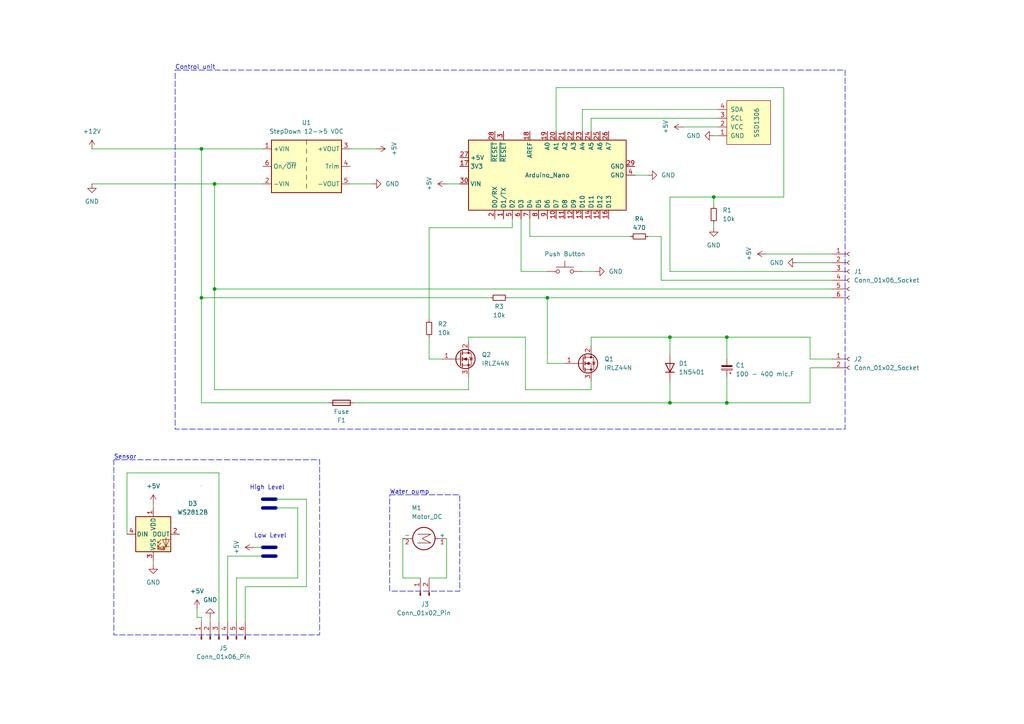
<source format=kicad_sch>
(kicad_sch (version 20230121) (generator eeschema)
  (paper "A4")
  (title_block (title "AquaBot_ATO - Automatic Top-Off System") (date "2024-09-29"))
  (lib_symbols
    (symbol "Connector:Conn_01x02_Pin" (pin_names (offset 1.016) hide)
      (property "Reference" "J" (at 0 2.54 0))
      (property "Value" "Conn_01x02_Pin" (at 0 -5.08 0))
      (symbol "Conn_01x02_Pin_1_1"
        (polyline (pts (xy 1.27 -2.54) (xy 0.8636 -2.54)) (stroke (width 0.1524)))
        (polyline (pts (xy 1.27 0) (xy 0.8636 0)) (stroke (width 0.1524)))
        (rectangle (start 0.8636 -2.413) (end 0 -2.667) (stroke (width 0.1524)) (fill (type outline)))
        (rectangle (start 0.8636 0.127) (end 0 -0.127) (stroke (width 0.1524)) (fill (type outline)))
        (pin passive line (at 5.08 0 180) (length 3.81) (name "Pin_1") (number "1"))
        (pin passive line (at 5.08 -2.54 180) (length 3.81) (name "Pin_2") (number "2"))
      )
    )
    (symbol "Connector:Conn_01x02_Socket" (pin_names (offset 1.016) hide)
      (property "Reference" "J" (at 0 2.54 0))
      (property "Value" "Conn_01x02_Socket" (at 0 -5.08 0))
      (symbol "Conn_01x02_Socket_1_1"
        (arc (start 0 -2.032) (mid -0.5058 -2.54) (end 0 -3.048) (stroke (width 0.1524)))
        (polyline (pts (xy -1.27 -2.54) (xy -0.508 -2.54)) (stroke (width 0.1524)))
        (polyline (pts (xy -1.27 0) (xy -0.508 0)) (stroke (width 0.1524)))
        (arc (start 0 0.508) (mid -0.5058 0) (end 0 -0.508) (stroke (width 0.1524)))
        (pin passive line (at -5.08 0 0) (length 3.81) (name "Pin_1") (number "1"))
        (pin passive line (at -5.08 -2.54 0) (length 3.81) (name "Pin_2") (number "2"))
      )
    )
    (symbol "Connector:Conn_01x06_Pin" (pin_names (offset 1.016) hide)
      (property "Reference" "J" (at 0 7.62 0))
      (property "Value" "Conn_01x06_Pin" (at 0 -10.16 0))
      (symbol "Conn_01x06_Pin_1_1"
        (polyline (pts (xy 1.27 -7.62) (xy 0.8636 -7.62)) (stroke (width 0.1524)))
        (polyline (pts (xy 1.27 -5.08) (xy 0.8636 -5.08)) (stroke (width 0.1524)))
        (polyline (pts (xy 1.27 -2.54) (xy 0.8636 -2.54)) (stroke (width 0.1524)))
        (polyline (pts (xy 1.27 0) (xy 0.8636 0)) (stroke (width 0.1524)))
        (polyline (pts (xy 1.27 2.54) (xy 0.8636 2.54)) (stroke (width 0.1524)))
        (polyline (pts (xy 1.27 5.08) (xy 0.8636 5.08)) (stroke (width 0.1524)))
        (rectangle (start 0.8636 -7.493) (end 0 -7.747) (stroke (width 0.1524)) (fill (type outline)))
        (rectangle (start 0.8636 -4.953) (end 0 -5.207) (stroke (width 0.1524)) (fill (type outline)))
        (rectangle (start 0.8636 -2.413) (end 0 -2.667) (stroke (width 0.1524)) (fill (type outline)))
        (rectangle (start 0.8636 0.127) (end 0 -0.127) (stroke (width 0.1524)) (fill (type outline)))
        (rectangle (start 0.8636 2.667) (end 0 2.413) (stroke (width 0.1524)) (fill (type outline)))
        (rectangle (start 0.8636 5.207) (end 0 4.953) (stroke (width 0.1524)) (fill (type outline)))
        (pin passive line (at 5.08 5.08 180) (length 3.81) (name "Pin_1") (number "1"))
        (pin passive line (at 5.08 2.54 180) (length 3.81) (name "Pin_2") (number "2"))
        (pin passive line (at 5.08 0 180) (length 3.81) (name "Pin_3") (number "3"))
        (pin passive line (at 5.08 -2.54 180) (length 3.81) (name "Pin_4") (number "4"))
        (pin passive line (at 5.08 -5.08 180) (length 3.81) (name "Pin_5") (number "5"))
        (pin passive line (at 5.08 -7.62 180) (length 3.81) (name "Pin_6") (number "6"))
      )
    )
    (symbol "Connector:Conn_01x06_Socket" (pin_names (offset 1.016) hide)
      (property "Reference" "J" (at 0 7.62 0))
      (property "Value" "Conn_01x06_Socket" (at 0 -10.16 0))
      (symbol "Conn_01x06_Socket_1_1"
        (arc (start 0 -7.112) (mid -0.5058 -7.62) (end 0 -8.128) (stroke (width 0.1524)))
        (arc (start 0 -4.572) (mid -0.5058 -5.08) (end 0 -5.588) (stroke (width 0.1524)))
        (arc (start 0 -2.032) (mid -0.5058 -2.54) (end 0 -3.048) (stroke (width 0.1524)))
        (polyline (pts (xy -1.27 -7.62) (xy -0.508 -7.62)) (stroke (width 0.1524)))
        (polyline (pts (xy -1.27 -5.08) (xy -0.508 -5.08)) (stroke (width 0.1524)))
        (polyline (pts (xy -1.27 -2.54) (xy -0.508 -2.54)) (stroke (width 0.1524)))
        (polyline (pts (xy -1.27 0) (xy -0.508 0)) (stroke (width 0.1524)))
        (polyline (pts (xy -1.27 2.54) (xy -0.508 2.54)) (stroke (width 0.1524)))
        (polyline (pts (xy -1.27 5.08) (xy -0.508 5.08)) (stroke (width 0.1524)))
        (arc (start 0 0.508) (mid -0.5058 0) (end 0 -0.508) (stroke (width 0.1524)))
        (arc (start 0 3.048) (mid -0.5058 2.54) (end 0 2.032) (stroke (width 0.1524)))
        (arc (start 0 5.588) (mid -0.5058 5.08) (end 0 4.572) (stroke (width 0.1524)))
        (pin passive line (at -5.08 5.08 0) (length 3.81) (name "Pin_1") (number "1"))
        (pin passive line (at -5.08 2.54 0) (length 3.81) (name "Pin_2") (number "2"))
        (pin passive line (at -5.08 0 0) (length 3.81) (name "Pin_3") (number "3"))
        (pin passive line (at -5.08 -2.54 0) (length 3.81) (name "Pin_4") (number "4"))
        (pin passive line (at -5.08 -5.08 0) (length 3.81) (name "Pin_5") (number "5"))
        (pin passive line (at -5.08 -7.62 0) (length 3.81) (name "Pin_6") (number "6"))
      )
    )
    (symbol "Converter_DCDC:JTD2024S05"
      (property "Reference" "U" (at -8.89 8.89 0))
      (property "Value" "JTD2024S05" (at 8.89 8.89 0))
      (symbol "JTD2024S05_0_1"
        (rectangle (start -10.16 7.62) (end 10.16 -7.62) (stroke (width 0.254)) (fill (type background)))
        (polyline (pts (xy 0 -5.08) (xy 0 -6.35)))
        (polyline (pts (xy 0 -2.54) (xy 0 -3.81)))
        (polyline (pts (xy 0 0) (xy 0 -1.27)))
        (polyline (pts (xy 0 2.54) (xy 0 1.27)))
        (polyline (pts (xy 0 5.08) (xy 0 3.81)))
        (polyline (pts (xy 0 7.62) (xy 0 6.35)))
      )
      (symbol "JTD2024S05_1_1"
        (pin power_in line (at -12.7 5.08 0) (length 2.54) (name "+VIN") (number "1"))
        (pin power_in line (at -12.7 -5.08 0) (length 2.54) (name "-VIN") (number "2"))
        (pin power_out line (at 12.7 5.08 180) (length 2.54) (name "+VOUT") (number "3"))
        (pin input line (at 12.7 0 180) (length 2.54) (name "Trim") (number "4"))
        (pin power_out line (at 12.7 -5.08 180) (length 2.54) (name "-VOUT") (number "5"))
        (pin input line (at -12.7 0 0) (length 2.54) (name "On/~{Off}") (number "6"))
      )
    )
    (symbol "Device:C_Polarized_Small" (pin_numbers hide) (pin_names (offset 0.254) hide)
      (property "Reference" "C" (at 0.254 1.778 0))
      (property "Value" "C_Polarized_Small" (at 0.254 -2.032 0))
      (symbol "C_Polarized_Small_0_1"
        (rectangle (start -1.524 -0.3048) (end 1.524 -0.6858) (fill (type outline)))
        (rectangle (start -1.524 0.6858) (end 1.524 0.3048))
        (polyline (pts (xy -1.27 1.524) (xy -0.762 1.524)))
        (polyline (pts (xy -1.016 1.27) (xy -1.016 1.778)))
      )
      (symbol "C_Polarized_Small_1_1"
        (pin passive line (at 0 2.54 270) (length 1.8542) (name "~") (number "1"))
        (pin passive line (at 0 -2.54 90) (length 1.8542) (name "~") (number "2"))
      )
    )
    (symbol "Device:Fuse" (pin_numbers hide) (pin_names (offset 0))
      (property "Reference" "F" (at 2.032 0 90))
      (property "Value" "Fuse" (at -1.905 0 90))
      (symbol "Fuse_0_1"
        (rectangle (start -0.762 -2.54) (end 0.762 2.54) (stroke (width 0.254)))
        (polyline (pts (xy 0 2.54) (xy 0 -2.54)))
      )
      (symbol "Fuse_1_1"
        (pin passive line (at 0 3.81 270) (length 1.27) (name "~") (number "1"))
        (pin passive line (at 0 -3.81 90) (length 1.27) (name "~") (number "2"))
      )
    )
    (symbol "Device:R_Small" (pin_numbers hide) (pin_names (offset 0.254) hide)
      (property "Reference" "R" (at 0.762 0.508 0))
      (property "Value" "R_Small" (at 0.762 -1.016 0))
      (symbol "R_Small_0_1"
        (rectangle (start -0.762 1.778) (end 0.762 -1.778) (stroke (width 0.2032)))
      )
      (symbol "R_Small_1_1"
        (pin passive line (at 0 2.54 270) (length 0.762) (name "~") (number "1"))
        (pin passive line (at 0 -2.54 90) (length 0.762) (name "~") (number "2"))
      )
    )
    (symbol "Diode:1N5401" (pin_numbers hide) (pin_names hide)
      (property "Reference" "D" (at 0 2.54 0))
      (property "Value" "1N5401" (at 0 -2.54 0))
      (symbol "1N5401_0_1"
        (polyline (pts (xy -1.27 1.27) (xy -1.27 -1.27)) (stroke (width 0.254)))
        (polyline (pts (xy 1.27 0) (xy -1.27 0)))
        (polyline (pts (xy 1.27 1.27) (xy 1.27 -1.27) (xy -1.27 0) (xy 1.27 1.27)) (stroke (width 0.254)))
      )
      (symbol "1N5401_1_1"
        (pin passive line (at -3.81 0 0) (length 2.54) (name "K") (number "1"))
        (pin passive line (at 3.81 0 180) (length 2.54) (name "A") (number "2"))
      )
    )
    (symbol "LED:WS2812B" (pin_names (offset 0.254))
      (property "Reference" "D" (at 5.08 5.715 0))
      (property "Value" "WS2812B" (at 1.27 -5.715 0))
      (symbol "WS2812B_0_0"
        (text "RGB" (at 2.286 -4.191 0) (effects (font (size 0.762 0.762))))
      )
      (symbol "WS2812B_0_1"
        (polyline (pts (xy 1.27 -3.556) (xy 1.778 -3.556)))
        (polyline (pts (xy 1.27 -2.54) (xy 1.778 -2.54)))
        (polyline (pts (xy 4.699 -3.556) (xy 2.667 -3.556)))
        (polyline (pts (xy 2.286 -2.54) (xy 1.27 -3.556) (xy 1.27 -3.048)))
        (polyline (pts (xy 2.286 -1.524) (xy 1.27 -2.54) (xy 1.27 -2.032)))
        (polyline (pts (xy 3.683 -1.016) (xy 3.683 -3.556) (xy 3.683 -4.064)))
        (polyline (pts (xy 4.699 -1.524) (xy 2.667 -1.524) (xy 3.683 -3.556) (xy 4.699 -1.524)))
        (rectangle (start 5.08 5.08) (end -5.08 -5.08) (stroke (width 0.254)) (fill (type background)))
      )
      (symbol "WS2812B_1_1"
        (pin power_in line (at 0 7.62 270) (length 2.54) (name "VDD") (number "1"))
        (pin output line (at 7.62 0 180) (length 2.54) (name "DOUT") (number "2"))
        (pin power_in line (at 0 -7.62 90) (length 2.54) (name "VSS") (number "3"))
        (pin input line (at -7.62 0 0) (length 2.54) (name "DIN") (number "4"))
      )
    )
    (symbol "MCU_Module:Arduino_Nano_v3.x"
      (property "Reference" "A" (at -10.16 23.495 0))
      (property "Value" "Arduino_Nano_v3.x" (at 5.08 -24.13 0))
      (symbol "Arduino_Nano_v3.x_0_1"
        (rectangle (start -10.16 22.86) (end 10.16 -22.86) (stroke (width 0.254)) (fill (type background)))
      )
      (symbol "Arduino_Nano_v3.x_1_1"
        (pin bidirectional line (at -12.7 12.7 0) (length 2.54) (name "D1/TX") (number "1"))
        (pin bidirectional line (at -12.7 -2.54 0) (length 2.54) (name "D7") (number "10"))
        (pin bidirectional line (at -12.7 -5.08 0) (length 2.54) (name "D8") (number "11"))
        (pin bidirectional line (at -12.7 -7.62 0) (length 2.54) (name "D9") (number "12"))
        (pin bidirectional line (at -12.7 -10.16 0) (length 2.54) (name "D10") (number "13"))
        (pin bidirectional line (at -12.7 -12.7 0) (length 2.54) (name "D11") (number "14"))
        (pin bidirectional line (at -12.7 -15.24 0) (length 2.54) (name "D12") (number "15"))
        (pin bidirectional line (at -12.7 -17.78 0) (length 2.54) (name "D13") (number "16"))
        (pin power_out line (at 2.54 25.4 270) (length 2.54) (name "3V3") (number "17"))
        (pin input line (at 12.7 5.08 180) (length 2.54) (name "AREF") (number "18"))
        (pin bidirectional line (at 12.7 0 180) (length 2.54) (name "A0") (number "19"))
        (pin bidirectional line (at -12.7 15.24 0) (length 2.54) (name "D0/RX") (number "2"))
        (pin bidirectional line (at 12.7 -2.54 180) (length 2.54) (name "A1") (number "20"))
        (pin bidirectional line (at 12.7 -5.08 180) (length 2.54) (name "A2") (number "21"))
        (pin bidirectional line (at 12.7 -7.62 180) (length 2.54) (name "A3") (number "22"))
        (pin bidirectional line (at 12.7 -10.16 180) (length 2.54) (name "A4") (number "23"))
        (pin bidirectional line (at 12.7 -12.7 180) (length 2.54) (name "A5") (number "24"))
        (pin bidirectional line (at 12.7 -15.24 180) (length 2.54) (name "A6") (number "25"))
        (pin bidirectional line (at 12.7 -17.78 180) (length 2.54) (name "A7") (number "26"))
        (pin power_out line (at 5.08 25.4 270) (length 2.54) (name "+5V") (number "27"))
        (pin input line (at 12.7 15.24 180) (length 2.54) (name "~{RESET}") (number "28"))
        (pin power_in line (at 2.54 -25.4 90) (length 2.54) (name "GND") (number "29"))
        (pin input line (at 12.7 12.7 180) (length 2.54) (name "~{RESET}") (number "3"))
        (pin power_in line (at -2.54 25.4 270) (length 2.54) (name "VIN") (number "30"))
        (pin power_in line (at 0 -25.4 90) (length 2.54) (name "GND") (number "4"))
        (pin bidirectional line (at -12.7 10.16 0) (length 2.54) (name "D2") (number "5"))
        (pin bidirectional line (at -12.7 7.62 0) (length 2.54) (name "D3") (number "6"))
        (pin bidirectional line (at -12.7 5.08 0) (length 2.54) (name "D4") (number "7"))
        (pin bidirectional line (at -12.7 2.54 0) (length 2.54) (name "D5") (number "8"))
        (pin bidirectional line (at -12.7 0 0) (length 2.54) (name "D6") (number "9"))
      )
    )
    (symbol "Motor:Motor_DC" (pin_names (offset 0))
      (property "Reference" "M" (at 2.54 2.54 0))
      (property "Value" "Motor_DC" (at 2.54 -5.08 0))
      (symbol "Motor_DC_0_0"
        (polyline (pts (xy -1.27 -3.302) (xy -1.27 0.508) (xy 0 -2.032) (xy 1.27 0.508) (xy 1.27 -3.302)))
      )
      (symbol "Motor_DC_0_1"
        (circle (center 0 -1.524) (radius 3.2512) (stroke (width 0.254)))
        (polyline (pts (xy 0 -7.62) (xy 0 -7.112)))
        (polyline (pts (xy 0 -4.7752) (xy 0 -5.1816)))
        (polyline (pts (xy 0 1.7272) (xy 0 2.0828)))
        (polyline (pts (xy 0 2.032) (xy 0 2.54)))
      )
      (symbol "Motor_DC_1_1"
        (pin passive line (at 0 5.08 270) (length 2.54) (name "+") (number "1"))
        (pin passive line (at 0 -7.62 90) (length 2.54) (name "-") (number "2"))
      )
    )
    (symbol "SSD1306-128x64_OLED:SSD1306" (pin_names (offset 1.016))
      (property "Reference" "Brd" (at 0 -3.81 0))
      (property "Value" "SSD1306" (at 0 -1.27 0))
      (symbol "SSD1306_0_1"
        (rectangle (start -6.35 6.35) (end 6.35 -6.35) (fill (type background)))
      )
      (symbol "SSD1306_1_1"
        (pin input line (at -3.81 8.89 270) (length 2.54) (name "GND") (number "1"))
        (pin input line (at -1.27 8.89 270) (length 2.54) (name "VCC") (number "2"))
        (pin input line (at 1.27 8.89 270) (length 2.54) (name "SCL") (number "3"))
        (pin input line (at 3.81 8.89 270) (length 2.54) (name "SDA") (number "4"))
      )
    )
    (symbol "Switch:SW_Push" (pin_numbers hide) (pin_names (offset 1.016) hide)
      (property "Reference" "SW" (at 1.27 2.54 0))
      (property "Value" "SW_Push" (at 0 -1.524 0))
      (symbol "SW_Push_0_1"
        (circle (center -2.032 0) (radius 0.508))
        (polyline (pts (xy 0 1.27) (xy 0 3.048)))
        (polyline (pts (xy 2.54 1.27) (xy -2.54 1.27)))
        (circle (center 2.032 0) (radius 0.508))
        (pin passive line (at -5.08 0 0) (length 2.54) (name "1") (number "1"))
        (pin passive line (at 5.08 0 180) (length 2.54) (name "2") (number "2"))
      )
    )
    (symbol "Transistor_FET:IRLZ44N" (pin_names hide)
      (property "Reference" "Q" (at 6.35 1.905 0))
      (property "Value" "IRLZ44N" (at 6.35 0 0))
      (symbol "IRLZ44N_0_1"
        (polyline (pts (xy 0.254 0) (xy -2.54 0)))
        (polyline (pts (xy 0.254 1.905) (xy 0.254 -1.905)) (stroke (width 0.254)))
        (polyline (pts (xy 0.762 -1.27) (xy 0.762 -2.286)) (stroke (width 0.254)))
        (polyline (pts (xy 0.762 0.508) (xy 0.762 -0.508)) (stroke (width 0.254)))
        (polyline (pts (xy 0.762 2.286) (xy 0.762 1.27)) (stroke (width 0.254)))
        (polyline (pts (xy 2.54 2.54) (xy 2.54 1.778)))
        (polyline (pts (xy 2.54 -2.54) (xy 2.54 0) (xy 0.762 0)))
        (polyline (pts (xy 0.762 -1.778) (xy 3.302 -1.778) (xy 3.302 1.778) (xy 0.762 1.778)))
        (polyline (pts (xy 1.016 0) (xy 2.032 0.381) (xy 2.032 -0.381) (xy 1.016 0)) (fill (type outline)))
        (polyline (pts (xy 2.794 0.508) (xy 2.921 0.381) (xy 3.683 0.381) (xy 3.81 0.254)))
        (polyline (pts (xy 3.302 0.381) (xy 2.921 -0.254) (xy 3.683 -0.254) (xy 3.302 0.381)))
        (circle (center 1.651 0) (radius 2.794) (stroke (width 0.254)))
        (circle (center 2.54 -1.778) (radius 0.254) (fill (type outline)))
        (circle (center 2.54 1.778) (radius 0.254) (fill (type outline)))
      )
      (symbol "IRLZ44N_1_1"
        (pin input line (at -5.08 0 0) (length 2.54) (name "G") (number "1"))
        (pin passive line (at 2.54 5.08 270) (length 2.54) (name "D") (number "2"))
        (pin passive line (at 2.54 -5.08 90) (length 2.54) (name "S") (number "3"))
      )
    )
    (symbol "power:+12V" (power) (pin_names (offset 0))
      (property "Value" "+12V" (at 0 3.556 0))
      (symbol "+12V_0_1"
        (polyline (pts (xy -0.762 1.27) (xy 0 2.54)))
        (polyline (pts (xy 0 0) (xy 0 2.54)))
        (polyline (pts (xy 0 2.54) (xy 0.762 1.27)))
      )
      (symbol "+12V_1_1"
        (pin power_in line (at 0 0 90) (length 0) hide (name "+12V") (number "1"))
      )
    )
    (symbol "power:+5V" (power) (pin_names (offset 0))
      (property "Value" "+5V" (at 0 3.556 0))
      (symbol "+5V_0_1"
        (polyline (pts (xy -0.762 1.27) (xy 0 2.54)))
        (polyline (pts (xy 0 0) (xy 0 2.54)))
        (polyline (pts (xy 0 2.54) (xy 0.762 1.27)))
      )
      (symbol "+5V_1_1"
        (pin power_in line (at 0 0 90) (length 0) hide (name "+5V") (number "1"))
      )
    )
    (symbol "power:GND" (power) (pin_names (offset 0))
      (property "Value" "GND" (at 0 -3.81 0))
      (symbol "GND_0_1"
        (polyline (pts (xy 0 0) (xy 0 -1.27) (xy 1.27 -1.27) (xy 0 -2.54) (xy -1.27 -1.27) (xy 0 -1.27)))
      )
      (symbol "GND_1_1"
        (pin power_in line (at 0 0 270) (length 0) hide (name "GND") (number "1"))
      )
    )
  )
  (junction (at 62.23 53.34))
  (junction (at 62.23 83.82))
  (junction (at 194.31 97.79))
  (junction (at 210.82 97.79))
  (junction (at 194.31 116.84))
  (junction (at 58.42 86.36))
  (junction (at 58.42 43.18))
  (junction (at 158.75 86.36))
  (junction (at 207.01 57.15))
  (junction (at 210.82 116.84))
  (wire (pts (xy 194.31 78.74) (xy 241.3 78.74)))
  (wire (pts (xy 153.67 63.5) (xy 153.67 68.58)))
  (wire (pts (xy 101.6 53.34) (xy 107.95 53.34)))
  (wire (pts (xy 152.4 113.03) (xy 171.45 113.03)))
  (wire (pts (xy 161.29 25.4) (xy 227.33 25.4)))
  (wire (pts (xy 152.4 97.79) (xy 152.4 113.03)))
  (wire (pts (xy 86.36 147.32) (xy 86.36 167.64)))
  (wire (pts (xy 129.54 156.21) (xy 129.54 167.64)))
  (wire (pts (xy 194.31 97.79) (xy 194.31 102.87)))
  (wire (pts (xy 234.95 104.14) (xy 241.3 104.14)))
  (wire (pts (xy 234.95 106.68) (xy 234.95 116.84)))
  (wire (pts (xy 36.83 137.16) (xy 63.5 137.16)))
  (wire (pts (xy 148.59 66.04) (xy 124.46 66.04)))
  (wire (pts (xy 26.67 43.18) (xy 58.42 43.18)))
  (wire (pts (xy 135.89 97.79) (xy 135.89 99.06)))
  (wire (pts (xy 194.31 110.49) (xy 194.31 116.84)))
  (wire (pts (xy 116.84 156.21) (xy 116.84 167.64)))
  (wire (pts (xy 151.13 63.5) (xy 151.13 78.74)))
  (wire (pts (xy 194.31 116.84) (xy 210.82 116.84)))
  (bus (pts (xy 76.2 144.78) (xy 80.01 144.78)) (stroke (width 1)))
  (wire (pts (xy 161.29 25.4) (xy 161.29 38.1)))
  (wire (pts (xy 135.89 113.03) (xy 135.89 109.22)))
  (wire (pts (xy 135.89 97.79) (xy 152.4 97.79)))
  (wire (pts (xy 158.75 86.36) (xy 158.75 105.41)))
  (wire (pts (xy 151.13 78.74) (xy 158.75 78.74)))
  (wire (pts (xy 128.27 104.14) (xy 124.46 104.14)))
  (wire (pts (xy 62.23 53.34) (xy 62.23 83.82)))
  (wire (pts (xy 88.9 144.78) (xy 88.9 170.18)))
  (wire (pts (xy 58.42 116.84) (xy 95.25 116.84)))
  (wire (pts (xy 187.96 68.58) (xy 191.77 68.58)))
  (wire (pts (xy 147.32 86.36) (xy 158.75 86.36)))
  (wire (pts (xy 210.82 116.84) (xy 234.95 116.84)))
  (wire (pts (xy 171.45 97.79) (xy 194.31 97.79)))
  (wire (pts (xy 80.01 147.32) (xy 86.36 147.32)))
  (wire (pts (xy 210.82 97.79) (xy 234.95 97.79)))
  (wire (pts (xy 241.3 86.36) (xy 158.75 86.36)))
  (wire (pts (xy 171.45 34.29) (xy 171.45 38.1)))
  (wire (pts (xy 124.46 66.04) (xy 124.46 92.71)))
  (wire (pts (xy 171.45 100.33) (xy 171.45 97.79)))
  (wire (pts (xy 73.66 158.75) (xy 76.2 158.75)))
  (wire (pts (xy 191.77 68.58) (xy 191.77 81.28)))
  (wire (pts (xy 58.42 86.36) (xy 142.24 86.36)))
  (wire (pts (xy 148.59 63.5) (xy 148.59 66.04)))
  (wire (pts (xy 129.54 53.34) (xy 133.35 53.34)))
  (wire (pts (xy 222.25 73.66) (xy 241.3 73.66)))
  (wire (pts (xy 76.2 161.29) (xy 66.04 161.29)))
  (bus (pts (xy 76.2 158.75) (xy 80.01 158.75)) (stroke (width 1)))
  (wire (pts (xy 234.95 106.68) (xy 241.3 106.68)))
  (wire (pts (xy 191.77 81.28) (xy 241.3 81.28)))
  (wire (pts (xy 129.54 167.64) (xy 124.46 167.64)))
  (wire (pts (xy 36.83 154.94) (xy 36.83 137.16)))
  (wire (pts (xy 44.45 162.56) (xy 44.45 163.83)))
  (wire (pts (xy 207.01 57.15) (xy 207.01 59.69)))
  (wire (pts (xy 210.82 97.79) (xy 210.82 104.14)))
  (wire (pts (xy 26.67 53.34) (xy 62.23 53.34)))
  (wire (pts (xy 171.45 113.03) (xy 171.45 110.49)))
  (wire (pts (xy 44.45 146.05) (xy 44.45 147.32)))
  (wire (pts (xy 57.15 176.53) (xy 57.15 179.07)))
  (wire (pts (xy 207.01 64.77) (xy 207.01 66.04)))
  (wire (pts (xy 207.01 39.37) (xy 208.28 39.37)))
  (wire (pts (xy 116.84 167.64) (xy 121.92 167.64)))
  (wire (pts (xy 62.23 83.82) (xy 62.23 113.03)))
  (wire (pts (xy 231.14 76.2) (xy 241.3 76.2)))
  (wire (pts (xy 194.31 57.15) (xy 194.31 78.74)))
  (wire (pts (xy 184.15 50.8) (xy 187.96 50.8)))
  (wire (pts (xy 153.67 68.58) (xy 182.88 68.58)))
  (wire (pts (xy 80.01 144.78) (xy 88.9 144.78)))
  (wire (pts (xy 62.23 83.82) (xy 241.3 83.82)))
  (wire (pts (xy 57.15 179.07) (xy 58.42 179.07)))
  (wire (pts (xy 102.87 116.84) (xy 194.31 116.84)))
  (wire (pts (xy 124.46 104.14) (xy 124.46 97.79)))
  (wire (pts (xy 58.42 43.18) (xy 58.42 86.36)))
  (wire (pts (xy 86.36 167.64) (xy 68.58 167.64)))
  (wire (pts (xy 101.6 43.18) (xy 109.22 43.18)))
  (wire (pts (xy 68.58 167.64) (xy 68.58 180.34)))
  (wire (pts (xy 210.82 109.22) (xy 210.82 116.84)))
  (wire (pts (xy 227.33 25.4) (xy 227.33 57.15)))
  (wire (pts (xy 88.9 170.18) (xy 71.12 170.18)))
  (wire (pts (xy 71.12 170.18) (xy 71.12 180.34)))
  (wire (pts (xy 60.96 179.07) (xy 60.96 180.34)))
  (wire (pts (xy 198.12 36.83) (xy 208.28 36.83)))
  (wire (pts (xy 194.31 97.79) (xy 210.82 97.79)))
  (wire (pts (xy 66.04 161.29) (xy 66.04 180.34)))
  (wire (pts (xy 207.01 57.15) (xy 194.31 57.15)))
  (wire (pts (xy 168.91 31.75) (xy 168.91 38.1)))
  (wire (pts (xy 58.42 179.07) (xy 58.42 180.34)))
  (wire (pts (xy 58.42 43.18) (xy 76.2 43.18)))
  (bus (pts (xy 76.2 147.32) (xy 80.01 147.32)) (stroke (width 1)))
  (wire (pts (xy 63.5 137.16) (xy 63.5 180.34)))
  (wire (pts (xy 168.91 31.75) (xy 208.28 31.75)))
  (wire (pts (xy 234.95 97.79) (xy 234.95 104.14)))
  (bus (pts (xy 76.2 161.29) (xy 80.01 161.29)) (stroke (width 1)))
  (wire (pts (xy 62.23 53.34) (xy 76.2 53.34)))
  (wire (pts (xy 168.91 78.74) (xy 172.72 78.74)))
  (wire (pts (xy 227.33 57.15) (xy 207.01 57.15)))
  (wire (pts (xy 58.42 86.36) (xy 58.42 116.84)))
  (wire (pts (xy 158.75 105.41) (xy 163.83 105.41)))
  (wire (pts (xy 62.23 113.03) (xy 135.89 113.03)))
  (wire (pts (xy 171.45 34.29) (xy 208.28 34.29)))
  (rectangle (start 50.8 20.32) (end 245.11 124.46) (stroke (width 0) (type dash)))
  (rectangle (start 58.42 140.97) (end 58.42 140.97))
  (rectangle (start 33.02 133.35) (end 92.71 184.15) (stroke (width 0) (type dash)))
  (rectangle (start 113.03 143.51) (end 133.35 171.45) (stroke (width 0) (type dash)))
  (text "Water pump" (at 113.03 143.51 0) (effects (font (size 1.27 1.27)) (justify left bottom)))
  (text "Low Level" (at 73.66 156.21 0) (effects (font (size 1.27 1.27)) (justify left bottom)))
  (text "High Level" (at 72.39 142.24 0) (effects (font (size 1.27 1.27)) (justify left bottom)))
  (text "Sensor" (at 33.02 133.35 0) (effects (font (size 1.27 1.27)) (justify left bottom)))
  (text "Control unit" (at 50.8 20.32 0) (effects (font (size 1.27 1.27)) (justify left bottom)))
  (symbol (lib_id "power:+5V") (at 198.12 36.83 90) (mirror x) (unit 1)
    (property "Reference" "#PWR03" (effects hide))
    (property "Value" "+5V" (at 193.04 36.83 0))
  )
  (symbol (lib_id "LED:WS2812B") (at 44.45 154.94 0) (unit 1)
    (property "Reference" "D3" (at 55.88 146.05 0))
    (property "Value" "WS2812B" (at 55.88 148.59 0))
    (property "Footprint" "LED_SMD:LED_WS2812B_PLCC4_5.0x5.0mm_P3.2mm" (effects hide))
    (property "Datasheet" "https://cdn-shop.adafruit.com/datasheets/WS2812B.pdf" (effects hide))
  )
  (symbol (lib_id "power:+12V") (at 26.67 43.18 0) (unit 1)
    (property "Reference" "#PWR01" (effects hide))
    (property "Value" "+12V" (at 26.67 38.1 0))
  )
  (symbol (lib_id "Transistor_FET:IRLZ44N") (at 133.35 104.14 0) (unit 1)
    (property "Reference" "Q2" (at 139.7 102.87 0) (effects (justify left)))
    (property "Value" "IRLZ44N" (at 139.7 105.41 0) (effects (justify left)))
    (property "Footprint" "Package_TO_SOT_THT:TO-220-3_Vertical" (effects hide))
    (property "Datasheet" "http://www.irf.com/product-info/datasheets/data/irlz44n.pdf" (effects hide))
  )
  (symbol (lib_id "power:GND") (at 187.96 50.8 90) (unit 1)
    (property "Reference" "#PWR016" (effects hide))
    (property "Value" "GND" (at 191.77 50.8 90) (effects (justify right)))
  )
  (symbol (lib_id "Motor:Motor_DC") (at 124.46 156.21 270) (unit 1)
    (property "Reference" "M1" (at 119.38 147.32 90) (effects (justify left)))
    (property "Value" "Motor_DC" (at 119.38 149.86 90) (effects (justify left)))
  )
  (symbol (lib_id "power:GND") (at 44.45 163.83 0) (unit 1)
    (property "Reference" "#PWR010" (effects hide))
    (property "Value" "GND" (at 44.45 168.91 0))
  )
  (symbol (lib_id "Connector:Conn_01x02_Pin") (at 121.92 172.72 90) (unit 1)
    (property "Reference" "J3" (at 124.46 175.26 90) (effects (justify left)))
    (property "Value" "Conn_01x02_Pin" (at 130.81 177.8 90) (effects (justify left)))
  )
  (symbol (lib_id "Device:C_Polarized_Small") (at 210.82 106.68 180) (unit 1)
    (property "Reference" "C1" (at 213.36 105.9561 0) (effects (justify right)))
    (property "Value" "100 - 400 mic.F" (at 213.36 108.4961 0) (effects (justify right)))
  )
  (symbol (lib_id "power:+5V") (at 129.54 53.34 90) (mirror x) (unit 1)
    (property "Reference" "#PWR015" (effects hide))
    (property "Value" "+5V" (at 124.46 53.34 0))
  )
  (symbol (lib_id "Diode:1N5401") (at 194.31 106.68 90) (unit 1)
    (property "Reference" "D1" (at 196.85 105.41 90) (effects (justify right)))
    (property "Value" "1N5401" (at 196.85 107.95 90) (effects (justify right)))
    (property "Footprint" "Diode_THT:D_DO-201AD_P15.24mm_Horizontal" (effects hide))
    (property "Datasheet" "http://www.vishay.com/docs/88516/1n5400.pdf" (effects hide))
    (property "Sim.Device" "D" (effects hide))
    (property "Sim.Pins" "1=K 2=A" (effects hide))
  )
  (symbol (lib_id "power:GND") (at 60.96 179.07 180) (unit 1)
    (property "Reference" "#PWR08" (effects hide))
    (property "Value" "GND" (at 60.96 173.99 0))
  )
  (symbol (lib_id "Device:Fuse") (at 99.06 116.84 270) (mirror x) (unit 1)
    (property "Reference" "F1" (at 99.06 121.92 90))
    (property "Value" "Fuse" (at 99.06 119.38 90))
  )
  (symbol (lib_id "power:+5V") (at 44.45 146.05 0) (mirror y) (unit 1)
    (property "Reference" "#PWR011" (effects hide))
    (property "Value" "+5V" (at 44.45 140.97 0))
  )
  (symbol (lib_id "Converter_DCDC:JTD2024S05") (at 88.9 48.26 0) (unit 1)
    (property "Reference" "U1" (at 88.9 35.56 0))
    (property "Value" "StepDown 12->5 VDC" (at 88.9 38.1 0))
    (property "Footprint" "Converter_DCDC:Converter_DCDC_XP_POWER_JTDxxxxxxx_THT" (effects hide))
    (property "Datasheet" "https://www.xppower.com/portals/0/pdfs/SF_JTD20.pdf" (effects hide))
  )
  (symbol (lib_id "power:+5V") (at 109.22 43.18 270) (mirror x) (unit 1)
    (property "Reference" "#PWR07" (effects hide))
    (property "Value" "+5V" (at 114.3 43.18 0))
  )
  (symbol (lib_id "Device:R_Small") (at 185.42 68.58 270) (unit 1)
    (property "Reference" "R4" (at 185.42 63.5 90))
    (property "Value" "470" (at 185.42 66.04 90))
  )
  (symbol (lib_id "Connector:Conn_01x06_Socket") (at 246.38 78.74 0) (unit 1)
    (property "Reference" "J1" (at 247.65 78.74 0) (effects (justify left)))
    (property "Value" "Conn_01x06_Socket" (at 247.65 81.28 0) (effects (justify left)))
  )
  (symbol (lib_id "power:GND") (at 107.95 53.34 90) (unit 1)
    (property "Reference" "#PWR06" (effects hide))
    (property "Value" "GND" (at 111.76 53.34 90) (effects (justify right)))
  )
  (symbol (lib_id "Device:R_Small") (at 124.46 95.25 180) (unit 1)
    (property "Reference" "R2" (at 127 93.98 0) (effects (justify right)))
    (property "Value" "10k" (at 127 96.52 0) (effects (justify right)))
  )
  (symbol (lib_id "Transistor_FET:IRLZ44N") (at 168.91 105.41 0) (unit 1)
    (property "Reference" "Q1" (at 175.26 104.14 0) (effects (justify left)))
    (property "Value" "IRLZ44N" (at 175.26 106.68 0) (effects (justify left)))
    (property "Footprint" "Package_TO_SOT_THT:TO-220-3_Vertical" (effects hide))
    (property "Datasheet" "http://www.irf.com/product-info/datasheets/data/irlz44n.pdf" (effects hide))
  )
  (symbol (lib_id "Connector:Conn_01x02_Socket") (at 246.38 104.14 0) (unit 1)
    (property "Reference" "J2" (at 247.65 104.14 0) (effects (justify left)))
    (property "Value" "Conn_01x02_Socket" (at 247.65 106.68 0) (effects (justify left)))
  )
  (symbol (lib_id "Device:R_Small") (at 144.78 86.36 270) (unit 1)
    (property "Reference" "R3" (at 144.78 88.9 90))
    (property "Value" "10k" (at 144.78 91.44 90))
  )
  (symbol (lib_id "Switch:SW_Push") (at 163.83 78.74 0) (unit 1)
    (property "Reference" "SW1" (effects hide))
    (property "Value" "Push Button" (at 163.83 73.66 0))
  )
  (symbol (lib_id "power:+5V") (at 73.66 158.75 90) (mirror x) (unit 1)
    (property "Reference" "#PWR012" (effects hide))
    (property "Value" "+5V" (at 68.58 158.75 0))
  )
  (symbol (lib_id "SSD1306-128x64_OLED:SSD1306") (at 217.17 35.56 90) (unit 1)
    (property "Reference" "Brd1" (effects hide))
    (property "Value" "SSD1306" (at 219.4647 39.9722 0) (effects (justify left)))
  )
  (symbol (lib_id "power:GND") (at 172.72 78.74 90) (unit 1)
    (property "Reference" "#PWR05" (effects hide))
    (property "Value" "GND" (at 176.53 78.74 90) (effects (justify right)))
  )
  (symbol (lib_id "Device:R_Small") (at 207.01 62.23 0) (unit 1)
    (property "Reference" "R1" (at 209.55 60.96 0) (effects (justify left)))
    (property "Value" "10k" (at 209.55 63.5 0) (effects (justify left)))
  )
  (symbol (lib_id "power:+5V") (at 57.15 176.53 0) (mirror y) (unit 1)
    (property "Reference" "#PWR09" (effects hide))
    (property "Value" "+5V" (at 57.15 171.45 0))
  )
  (symbol (lib_id "power:GND") (at 207.01 39.37 270) (unit 1)
    (property "Reference" "#PWR017" (effects hide))
    (property "Value" "GND" (at 203.2 39.37 90) (effects (justify right)))
  )
  (symbol (lib_id "power:+5V") (at 222.25 73.66 90) (mirror x) (unit 1)
    (property "Reference" "#PWR013" (effects hide))
    (property "Value" "+5V" (at 217.17 73.66 0))
  )
  (symbol (lib_id "power:GND") (at 231.14 76.2 270) (unit 1)
    (property "Reference" "#PWR014" (effects hide))
    (property "Value" "GND" (at 227.33 76.2 90) (effects (justify right)))
  )
  (symbol (lib_id "power:GND") (at 207.01 66.04 0) (unit 1)
    (property "Reference" "#PWR04" (effects hide))
    (property "Value" "GND" (at 207.01 71.12 0))
  )
  (symbol (lib_id "MCU_Module:Arduino_Nano_v3.x") (at 158.75 50.8 90) (unit 1)
    (property "Reference" "A1" (effects hide))
    (property "Value" "Arduino_Nano" (at 158.75 50.8 90))
    (property "Footprint" "Module:Arduino_Nano" (effects hide))
    (property "Datasheet" "http://www.mouser.com/pdfdocs/Gravitech_Arduino_Nano3_0.pdf" (effects hide))
  )
  (symbol (lib_id "power:GND") (at 26.67 53.34 0) (unit 1)
    (property "Reference" "#PWR02" (effects hide))
    (property "Value" "GND" (at 26.67 58.42 0))
  )
  (symbol (lib_id "Connector:Conn_01x06_Pin") (at 63.5 185.42 90) (unit 1)
    (property "Reference" "J5" (at 64.77 187.96 90))
    (property "Value" "Conn_01x06_Pin" (at 64.77 190.5 90))
  )
)
</source>
